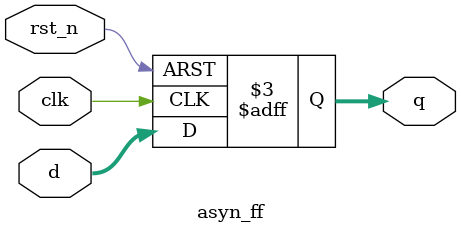
<source format=sv>
`timescale 1ns / 1ps


module asyn_ff
  #(parameter N=8)
   (
     input logic clk, rst_n,
     input logic [N-1:0] d,
     output logic [N-1:0] q
    );
    
    always_ff @(posedge clk, negedge rst_n)
    if (~rst_n)
    q <= 0;
    else
    q <= d;
endmodule

</source>
